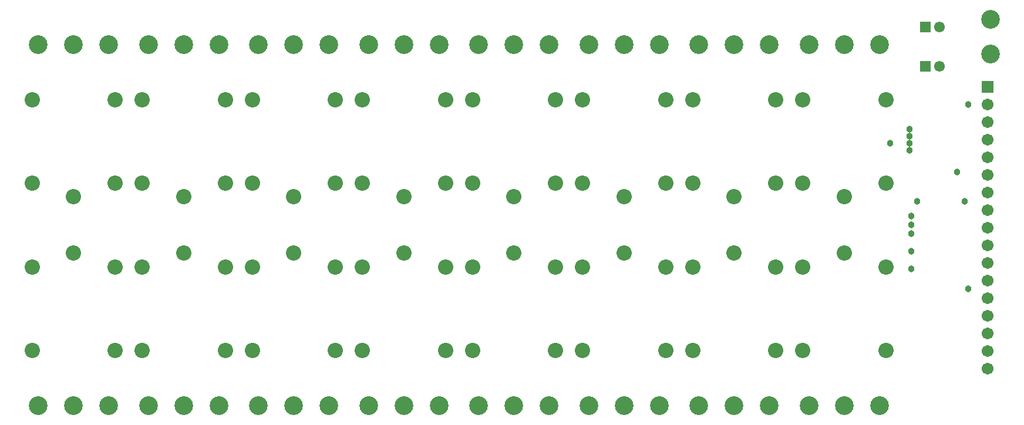
<source format=gbs>
%FSDAX24Y24*%
%MOIN*%
%SFA1B1*%

%IPPOS*%
%ADD34R,0.061100X0.061100*%
%ADD35C,0.061100*%
%ADD36R,0.067100X0.067100*%
%ADD37C,0.067100*%
%ADD38C,0.086700*%
%ADD39C,0.106400*%
%ADD40C,0.038000*%
%LNde-270124-1*%
%LPD*%
G54D34*
X061606Y031700D03*
Y033950D03*
G54D35*
X062394Y031700D03*
Y033950D03*
G54D36*
X065150Y030550D03*
G54D37*
X065150Y014550D03*
Y015550D03*
Y016550D03*
Y017550D03*
Y018550D03*
Y019550D03*
Y020550D03*
Y021550D03*
Y022550D03*
Y023550D03*
Y024550D03*
Y025550D03*
Y026550D03*
Y027550D03*
Y028550D03*
Y029550D03*
G54D38*
X035888Y015588D03*
X040612D03*
X035888Y020312D03*
X040612D03*
X038250Y021100D03*
X053112Y029812D03*
X048388D03*
X053112Y025088D03*
X048388D03*
X050750Y024300D03*
X015612Y029812D03*
X010888D03*
X015612Y025088D03*
X010888D03*
X013250Y024300D03*
X029638Y015588D03*
X034362D03*
X029638Y020312D03*
X034362D03*
X032000Y021100D03*
X059362Y029812D03*
X054638D03*
X059362Y025088D03*
X054638D03*
X057000Y024300D03*
X021862Y029812D03*
X017138D03*
X021862Y025088D03*
X017138D03*
X019500Y024300D03*
X023388Y015588D03*
X028112D03*
X023388Y020312D03*
X028112D03*
X025750Y021100D03*
X054638Y015588D03*
X059362D03*
X054638Y020312D03*
X059362D03*
X057000Y021100D03*
X028112Y029812D03*
X023388D03*
X028112Y025088D03*
X023388D03*
X025750Y024300D03*
X017138Y015588D03*
X021862D03*
X017138Y020312D03*
X021862D03*
X019500Y021100D03*
X048388Y015588D03*
X053112D03*
X048388Y020312D03*
X053112D03*
X050750Y021100D03*
X034362Y029812D03*
X029638D03*
X034362Y025088D03*
X029638D03*
X032000Y024300D03*
X010888Y015588D03*
X015612D03*
X010888Y020312D03*
X015612D03*
X013250Y021100D03*
X042138Y015588D03*
X046862D03*
X042138Y020312D03*
X046862D03*
X044500Y021100D03*
X040612Y029812D03*
X035888D03*
X040612Y025088D03*
X035888D03*
X038250Y024300D03*
X046862Y029812D03*
X042138D03*
X046862Y025088D03*
X042138D03*
X044500Y024300D03*
G54D39*
X036250Y012450D03*
X038250D03*
X040250D03*
X052750Y032950D03*
X050750D03*
X048750D03*
X015250D03*
X013250D03*
X011250D03*
X030000Y012450D03*
X032000D03*
X034000D03*
X059000Y032950D03*
X057000D03*
X055000D03*
X021500D03*
X019500D03*
X017500D03*
X023750Y012450D03*
X025750D03*
X027750D03*
X055000D03*
X057000D03*
X059000D03*
X027750Y032950D03*
X025750D03*
X023750D03*
X017500Y012450D03*
X019500D03*
X021500D03*
X048750D03*
X050750D03*
X052750D03*
X034000Y032950D03*
X032000D03*
X030000D03*
X011250Y012450D03*
X013250D03*
X015250D03*
X042500D03*
X044500D03*
X046500D03*
X040250Y032950D03*
X038250D03*
X036250D03*
X065300Y032416D03*
Y034384D03*
X046500Y032950D03*
X044500D03*
X042500D03*
G54D40*
X060800Y023225D03*
Y020225D03*
Y021225D03*
Y022725D03*
Y022225D03*
X063400Y025700D03*
X060700Y026950D03*
Y027750D03*
Y028150D03*
X059600Y027350D03*
X064050Y029550D03*
Y019075D03*
X061150Y024050D03*
X063850D03*
X060700Y027350D03*
M02*
</source>
